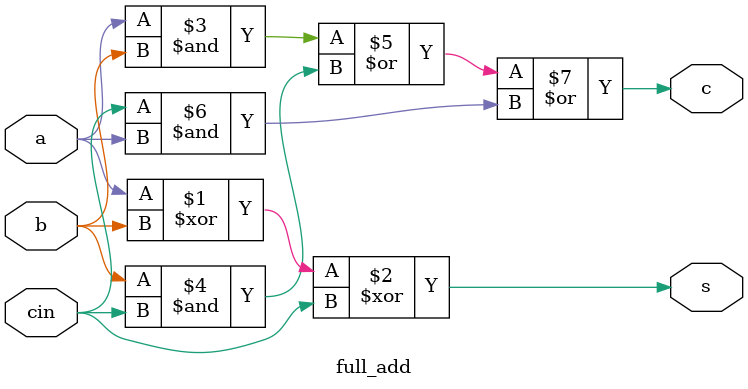
<source format=v>
module ripple_add4(s, c, a, b);
input [3:0] a, b;// Two 4-bit inputs
output [3:0] s;
output c;
wire w1, w2, w3;
full_add fa1(s[0], w1, a[0], b[0], 1'b0);
full_add fa2(s[1], w2, a[1], b[1], w1);
full_add fa3(s[2], w3, a[2], b[2], w2);
full_add fa4(s[3], c, a[3], b[3], w3);
endmodule

//full adder module
module full_add(s,c,a,b,cin);
input a,b,cin;
output s,c;
assign s = a^b^cin;
assign c = (a & b) | (b & cin)  | (cin & a) ;
endmodule

</source>
